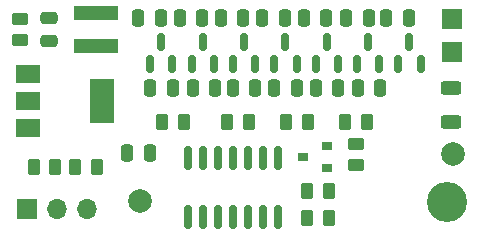
<source format=gts>
G04 #@! TF.GenerationSoftware,KiCad,Pcbnew,5.99.0-unknown-50e22de3ba~95~ubuntu20.04.1*
G04 #@! TF.CreationDate,2021-01-20T12:46:09+09:00*
G04 #@! TF.ProjectId,OpenRover-4,4f70656e-526f-4766-9572-2d342e6b6963,rev?*
G04 #@! TF.SameCoordinates,Original*
G04 #@! TF.FileFunction,Soldermask,Top*
G04 #@! TF.FilePolarity,Negative*
%FSLAX46Y46*%
G04 Gerber Fmt 4.6, Leading zero omitted, Abs format (unit mm)*
G04 Created by KiCad (PCBNEW 5.99.0-unknown-50e22de3ba~95~ubuntu20.04.1) date 2021-01-20 12:46:09*
%MOMM*%
%LPD*%
G01*
G04 APERTURE LIST*
G04 Aperture macros list*
%AMRoundRect*
0 Rectangle with rounded corners*
0 $1 Rounding radius*
0 $2 $3 $4 $5 $6 $7 $8 $9 X,Y pos of 4 corners*
0 Add a 4 corners polygon primitive as box body*
4,1,4,$2,$3,$4,$5,$6,$7,$8,$9,$2,$3,0*
0 Add four circle primitives for the rounded corners*
1,1,$1+$1,$2,$3*
1,1,$1+$1,$4,$5*
1,1,$1+$1,$6,$7*
1,1,$1+$1,$8,$9*
0 Add four rect primitives between the rounded corners*
20,1,$1+$1,$2,$3,$4,$5,0*
20,1,$1+$1,$4,$5,$6,$7,0*
20,1,$1+$1,$6,$7,$8,$9,0*
20,1,$1+$1,$8,$9,$2,$3,0*%
G04 Aperture macros list end*
%ADD10RoundRect,0.250000X-0.250000X-0.475000X0.250000X-0.475000X0.250000X0.475000X-0.250000X0.475000X0*%
%ADD11C,2.000000*%
%ADD12RoundRect,0.150000X0.150000X-0.587500X0.150000X0.587500X-0.150000X0.587500X-0.150000X-0.587500X0*%
%ADD13C,3.400000*%
%ADD14RoundRect,0.250000X0.262500X0.450000X-0.262500X0.450000X-0.262500X-0.450000X0.262500X-0.450000X0*%
%ADD15R,0.900000X0.800000*%
%ADD16RoundRect,0.250000X-0.475000X0.250000X-0.475000X-0.250000X0.475000X-0.250000X0.475000X0.250000X0*%
%ADD17RoundRect,0.250000X-0.625000X0.312500X-0.625000X-0.312500X0.625000X-0.312500X0.625000X0.312500X0*%
%ADD18RoundRect,0.250100X-0.449900X0.262400X-0.449900X-0.262400X0.449900X-0.262400X0.449900X0.262400X0*%
%ADD19RoundRect,0.250000X-0.450000X0.262500X-0.450000X-0.262500X0.450000X-0.262500X0.450000X0.262500X0*%
%ADD20R,1.700000X1.700000*%
%ADD21R,3.700000X1.200000*%
%ADD22RoundRect,0.250000X-0.262500X-0.450000X0.262500X-0.450000X0.262500X0.450000X-0.262500X0.450000X0*%
%ADD23RoundRect,0.150000X0.150000X-0.825000X0.150000X0.825000X-0.150000X0.825000X-0.150000X-0.825000X0*%
%ADD24O,1.700000X1.700000*%
%ADD25RoundRect,0.250000X0.450000X-0.262500X0.450000X0.262500X-0.450000X0.262500X-0.450000X-0.262500X0*%
%ADD26R,2.000000X1.500000*%
%ADD27R,2.000000X3.800000*%
G04 APERTURE END LIST*
D10*
X145050000Y-59000000D03*
X146950000Y-59000000D03*
D11*
X164700000Y-70530000D03*
D12*
X156550000Y-62937500D03*
X158450000Y-62937500D03*
X157500000Y-61062500D03*
D13*
X164140000Y-74580000D03*
D12*
X142550000Y-62937500D03*
X144450000Y-62937500D03*
X143500000Y-61062500D03*
D10*
X152050000Y-59000000D03*
X153950000Y-59000000D03*
D12*
X139004000Y-62913500D03*
X140904000Y-62913500D03*
X139954000Y-61038500D03*
D10*
X137100000Y-70500000D03*
X139000000Y-70500000D03*
D14*
X152376500Y-67818000D03*
X150551500Y-67818000D03*
D10*
X148550000Y-59000000D03*
X150450000Y-59000000D03*
D14*
X157376500Y-67818000D03*
X155551500Y-67818000D03*
D12*
X149550000Y-62937500D03*
X151450000Y-62937500D03*
X150500000Y-61062500D03*
D15*
X154000000Y-69844000D03*
X152000000Y-70794000D03*
X154000000Y-71744000D03*
D14*
X134516500Y-71628000D03*
X132691500Y-71628000D03*
D11*
X138176000Y-74500000D03*
D12*
X153050000Y-62937500D03*
X154950000Y-62937500D03*
X154000000Y-61062500D03*
D16*
X130500000Y-59050000D03*
X130500000Y-60950000D03*
D10*
X153050000Y-65000000D03*
X154950000Y-65000000D03*
D17*
X164480000Y-64927500D03*
X164480000Y-67852500D03*
D10*
X138050000Y-59000000D03*
X139950000Y-59000000D03*
D18*
X156500000Y-69699500D03*
D19*
X156500000Y-71524500D03*
D10*
X139050000Y-65000000D03*
X140950000Y-65000000D03*
X149550000Y-65000000D03*
X151450000Y-65000000D03*
X146050000Y-65000000D03*
X147950000Y-65000000D03*
D20*
X164620000Y-59166000D03*
D21*
X134500000Y-58600000D03*
X134500000Y-61400000D03*
D22*
X140051500Y-67818000D03*
X141876500Y-67818000D03*
D10*
X156638000Y-65000000D03*
X158538000Y-65000000D03*
D23*
X142240000Y-75881000D03*
X143510000Y-75881000D03*
X144780000Y-75881000D03*
X146050000Y-75881000D03*
X147320000Y-75881000D03*
X148590000Y-75881000D03*
X149860000Y-75881000D03*
X149860000Y-70931000D03*
X148590000Y-70931000D03*
X147320000Y-70931000D03*
X146050000Y-70931000D03*
X144780000Y-70931000D03*
X143510000Y-70931000D03*
X142240000Y-70931000D03*
D20*
X128590000Y-75169500D03*
D24*
X131130000Y-75169500D03*
X133670000Y-75169500D03*
D25*
X128000000Y-60912500D03*
X128000000Y-59087500D03*
D14*
X147376500Y-67818000D03*
X145551500Y-67818000D03*
D22*
X152337500Y-75946000D03*
X154162500Y-75946000D03*
X152337500Y-73660000D03*
X154162500Y-73660000D03*
D10*
X155638000Y-59000000D03*
X157538000Y-59000000D03*
X142638000Y-65000000D03*
X144538000Y-65000000D03*
D26*
X128676000Y-63740000D03*
D27*
X134976000Y-66040000D03*
D26*
X128676000Y-66040000D03*
X128676000Y-68340000D03*
D12*
X160050000Y-62937500D03*
X161950000Y-62937500D03*
X161000000Y-61062500D03*
D10*
X159050000Y-59000000D03*
X160950000Y-59000000D03*
X141550000Y-59000000D03*
X143450000Y-59000000D03*
D20*
X164620000Y-61960000D03*
D22*
X129191500Y-71628000D03*
X131016500Y-71628000D03*
D12*
X146050000Y-62937500D03*
X147950000Y-62937500D03*
X147000000Y-61062500D03*
M02*

</source>
